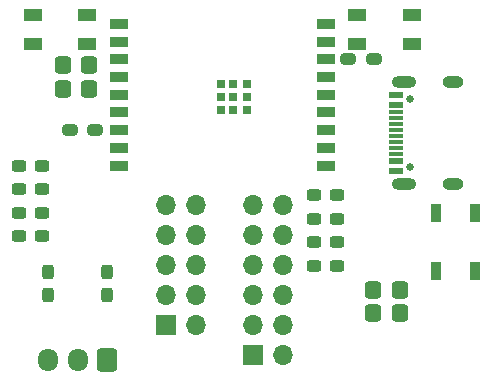
<source format=gts>
G04 #@! TF.GenerationSoftware,KiCad,Pcbnew,7.0.9*
G04 #@! TF.CreationDate,2024-07-28T13:17:23+09:00*
G04 #@! TF.ProjectId,esp32ble_module,65737033-3262-46c6-955f-6d6f64756c65,rev?*
G04 #@! TF.SameCoordinates,Original*
G04 #@! TF.FileFunction,Soldermask,Top*
G04 #@! TF.FilePolarity,Negative*
%FSLAX46Y46*%
G04 Gerber Fmt 4.6, Leading zero omitted, Abs format (unit mm)*
G04 Created by KiCad (PCBNEW 7.0.9) date 2024-07-28 13:17:23*
%MOMM*%
%LPD*%
G01*
G04 APERTURE LIST*
G04 Aperture macros list*
%AMRoundRect*
0 Rectangle with rounded corners*
0 $1 Rounding radius*
0 $2 $3 $4 $5 $6 $7 $8 $9 X,Y pos of 4 corners*
0 Add a 4 corners polygon primitive as box body*
4,1,4,$2,$3,$4,$5,$6,$7,$8,$9,$2,$3,0*
0 Add four circle primitives for the rounded corners*
1,1,$1+$1,$2,$3*
1,1,$1+$1,$4,$5*
1,1,$1+$1,$6,$7*
1,1,$1+$1,$8,$9*
0 Add four rect primitives between the rounded corners*
20,1,$1+$1,$2,$3,$4,$5,0*
20,1,$1+$1,$4,$5,$6,$7,0*
20,1,$1+$1,$6,$7,$8,$9,0*
20,1,$1+$1,$8,$9,$2,$3,0*%
G04 Aperture macros list end*
%ADD10RoundRect,0.237500X0.400000X0.237500X-0.400000X0.237500X-0.400000X-0.237500X0.400000X-0.237500X0*%
%ADD11RoundRect,0.237500X0.387500X0.237500X-0.387500X0.237500X-0.387500X-0.237500X0.387500X-0.237500X0*%
%ADD12R,0.900000X1.500000*%
%ADD13R,1.700000X1.700000*%
%ADD14O,1.700000X1.700000*%
%ADD15R,1.500000X1.000000*%
%ADD16RoundRect,0.237500X0.237500X-0.387500X0.237500X0.387500X-0.237500X0.387500X-0.237500X-0.387500X0*%
%ADD17RoundRect,0.292875X-0.394625X-0.432125X0.394625X-0.432125X0.394625X0.432125X-0.394625X0.432125X0*%
%ADD18RoundRect,0.237500X-0.387500X-0.237500X0.387500X-0.237500X0.387500X0.237500X-0.387500X0.237500X0*%
%ADD19C,0.650000*%
%ADD20R,1.240000X0.600000*%
%ADD21R,1.240000X0.300000*%
%ADD22O,2.100000X1.000000*%
%ADD23O,1.800000X1.000000*%
%ADD24RoundRect,0.250000X0.600000X0.725000X-0.600000X0.725000X-0.600000X-0.725000X0.600000X-0.725000X0*%
%ADD25O,1.700000X1.950000*%
%ADD26R,0.700000X0.700000*%
%ADD27R,1.500000X0.900000*%
%ADD28RoundRect,0.237500X-0.400000X-0.237500X0.400000X-0.237500X0.400000X0.237500X-0.400000X0.237500X0*%
G04 APERTURE END LIST*
D10*
X132500000Y-50500000D03*
X130375000Y-50500000D03*
D11*
X128000000Y-59500000D03*
X126050000Y-59500000D03*
D12*
X161350000Y-62450000D03*
X164650000Y-62450000D03*
X164650000Y-57550000D03*
X161350000Y-57550000D03*
D13*
X145848000Y-69540000D03*
D14*
X148388000Y-69540000D03*
X145848000Y-67000000D03*
X148388000Y-67000000D03*
X145848000Y-64460000D03*
X148388000Y-64460000D03*
X145848000Y-61920000D03*
X148388000Y-61920000D03*
X145848000Y-59380000D03*
X148388000Y-59380000D03*
X145848000Y-56840000D03*
X148388000Y-56840000D03*
D15*
X159300000Y-43250000D03*
X159300000Y-40750000D03*
X154700000Y-43250000D03*
X154700000Y-40750000D03*
D11*
X128000000Y-53500000D03*
X126050000Y-53500000D03*
X128000000Y-57500000D03*
X126050000Y-57500000D03*
D16*
X133500000Y-64475000D03*
X133500000Y-62525000D03*
D13*
X138500000Y-67000000D03*
D14*
X141040000Y-67000000D03*
X138500000Y-64460000D03*
X141040000Y-64460000D03*
X138500000Y-61920000D03*
X141040000Y-61920000D03*
X138500000Y-59380000D03*
X141040000Y-59380000D03*
X138500000Y-56840000D03*
X141040000Y-56840000D03*
D17*
X156000000Y-64000000D03*
X158275000Y-64000000D03*
D18*
X151025000Y-56000000D03*
X152975000Y-56000000D03*
D11*
X128000000Y-55500000D03*
X126050000Y-55500000D03*
D19*
X159120000Y-53640000D03*
X159120000Y-47860000D03*
D20*
X158000000Y-53950000D03*
X158000000Y-53150000D03*
D21*
X158000000Y-52000000D03*
X158000000Y-51000000D03*
X158000000Y-50500000D03*
X158000000Y-49500000D03*
D20*
X158000000Y-48350000D03*
X158000000Y-47550000D03*
X158000000Y-47550000D03*
X158000000Y-48350000D03*
D21*
X158000000Y-49000000D03*
X158000000Y-50000000D03*
X158000000Y-51500000D03*
X158000000Y-52500000D03*
D20*
X158000000Y-53150000D03*
X158000000Y-53950000D03*
D22*
X158600000Y-55070000D03*
D23*
X162800000Y-55070000D03*
D22*
X158600000Y-46430000D03*
D23*
X162800000Y-46430000D03*
D24*
X133500000Y-70000000D03*
D25*
X131000000Y-70000000D03*
X128500000Y-70000000D03*
D26*
X145310000Y-48800000D03*
X145310000Y-47700000D03*
X145310000Y-46600000D03*
X144160000Y-48800000D03*
X144160000Y-47700000D03*
X144160000Y-46600000D03*
X143110000Y-48800000D03*
X143110000Y-47700000D03*
X143110000Y-46600000D03*
D27*
X152000000Y-41500000D03*
X152000000Y-43000000D03*
X152000000Y-44500000D03*
X152000000Y-46000000D03*
X152000000Y-47500000D03*
X152000000Y-49000000D03*
X152000000Y-50500000D03*
X152000000Y-52000000D03*
X152000000Y-53500000D03*
X134500000Y-53500000D03*
X134500000Y-52000000D03*
X134500000Y-50500000D03*
X134500000Y-49000000D03*
X134500000Y-47500000D03*
X134500000Y-46000000D03*
X134500000Y-44500000D03*
X134500000Y-43000000D03*
X134500000Y-41500000D03*
D18*
X151025000Y-60000000D03*
X152975000Y-60000000D03*
D17*
X156000000Y-66000000D03*
X158275000Y-66000000D03*
D18*
X151025000Y-62000000D03*
X152975000Y-62000000D03*
D17*
X129725000Y-47000000D03*
X132000000Y-47000000D03*
D28*
X153937500Y-44500000D03*
X156062500Y-44500000D03*
D15*
X127200000Y-40750000D03*
X127200000Y-43250000D03*
X131800000Y-40750000D03*
X131800000Y-43250000D03*
D16*
X128500000Y-62525000D03*
X128500000Y-64475000D03*
D17*
X129725000Y-45000000D03*
X132000000Y-45000000D03*
D18*
X152975000Y-58000000D03*
X151025000Y-58000000D03*
M02*

</source>
